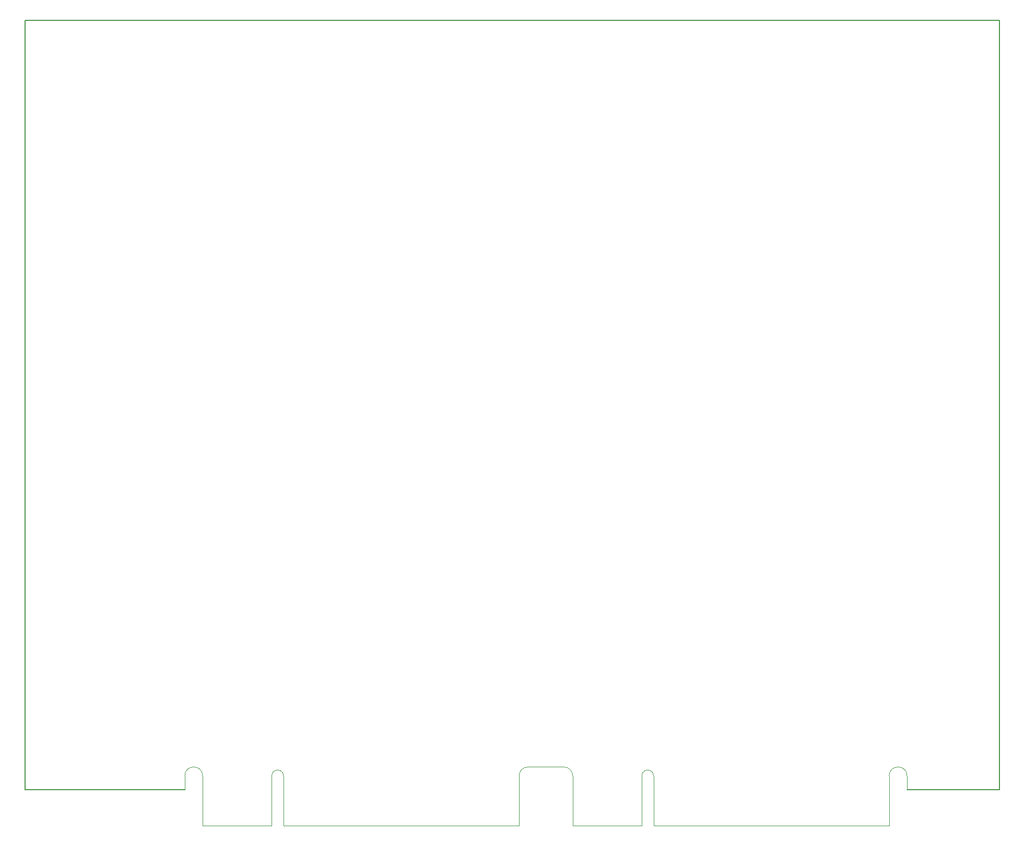
<source format=gbr>
G04 #@! TF.GenerationSoftware,KiCad,Pcbnew,(5.0.1)-4*
G04 #@! TF.CreationDate,2018-12-06T15:24:57-08:00*
G04 #@! TF.ProjectId,lights_n_jumpers,6C69676874735F6E5F6A756D70657273,rev?*
G04 #@! TF.SameCoordinates,Original*
G04 #@! TF.FileFunction,Profile,NP*
%FSLAX46Y46*%
G04 Gerber Fmt 4.6, Leading zero omitted, Abs format (unit mm)*
G04 Created by KiCad (PCBNEW (5.0.1)-4) date 12/6/2018 3:24:57 PM*
%MOMM*%
%LPD*%
G01*
G04 APERTURE LIST*
%ADD10C,0.150000*%
G04 #@! TA.AperFunction,NonConductor*
%ADD11C,0.120000*%
G04 #@! TD*
G04 APERTURE END LIST*
D10*
X222000000Y-145200000D02*
X222000000Y-145000000D01*
X207050000Y-145200000D02*
X222000000Y-145200000D01*
X64000000Y-145200000D02*
X64000000Y-145000000D01*
X87400000Y-145200000D02*
X64000000Y-145200000D01*
X221996000Y-20320000D02*
X222000000Y-145000000D01*
X64008000Y-20320000D02*
X221996000Y-20320000D01*
X64000000Y-145000000D02*
X64008000Y-20320000D01*
X89925000Y-145200000D02*
X87400000Y-145200000D01*
D11*
G04 #@! TO.C,P1*
X105937247Y-150998230D02*
X144137247Y-150998230D01*
X89937247Y-142948230D02*
X89937247Y-145198230D01*
X105937247Y-142948230D02*
G75*
G03X104037247Y-142948230I-950000J0D01*
G01*
X204137247Y-142948230D02*
X204137247Y-150998230D01*
X207037247Y-142948230D02*
G75*
G03X204137247Y-142948230I-1450000J0D01*
G01*
X92837247Y-142948230D02*
G75*
G03X89937247Y-142948230I-1450000J0D01*
G01*
X104037247Y-150998230D02*
X92837247Y-150998230D01*
X144137247Y-142948230D02*
X144137247Y-150998230D01*
X165937247Y-142948230D02*
G75*
G03X164037247Y-142948230I-950000J0D01*
G01*
X145587247Y-141498230D02*
G75*
G03X144137247Y-142948230I0J-1450000D01*
G01*
X165937247Y-142948230D02*
X165937247Y-145198230D01*
X145587247Y-141498230D02*
X151387247Y-141498230D01*
X92837247Y-150998230D02*
X92837247Y-142948230D01*
X165937247Y-145198230D02*
X165937247Y-150998230D01*
X164037247Y-145198230D02*
X164037247Y-142948230D01*
X105937247Y-142948230D02*
X105937247Y-145198230D01*
X164037247Y-150998230D02*
X152837247Y-150998230D01*
X104037247Y-145198230D02*
X104037247Y-142948230D01*
X105937247Y-145198230D02*
X105937247Y-150998230D01*
X104037247Y-145198230D02*
X104037247Y-150998230D01*
X165937247Y-150998230D02*
X204137247Y-150998230D01*
X207037247Y-142948230D02*
X207037247Y-145198230D01*
X164037247Y-145198230D02*
X164037247Y-150998230D01*
X152837247Y-142948230D02*
G75*
G03X151387247Y-141498230I-1450000J0D01*
G01*
X152837247Y-150998230D02*
X152837247Y-142948230D01*
G04 #@! TD*
M02*

</source>
